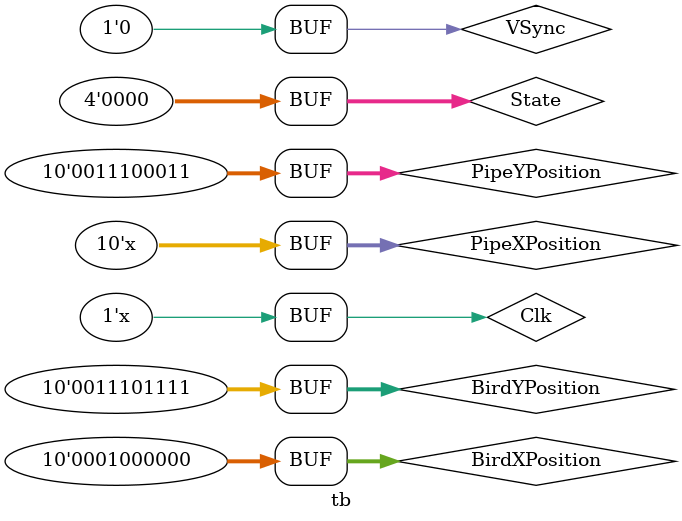
<source format=v>
`timescale 1ns / 1ps


module tb(
    
    );
    
    reg Clk;
    reg VSync;
    reg [3:0] State;
    reg [9:0] BirdXPosition;
    reg [9:0] BirdYPosition;
    reg [9:0] PipeXPosition;
    reg [9:0] PipeYPosition;
    wire Die;
    wire [7:0] Score;

    Bonus       Bonus       (Clk, VSync, State, RollingSpeed, PipeXPosition,  PipeYPosition, SpeedUpXPosition, SpeedUpYPosition, SpeedDownXPosition, SpeedDownYPosition);

    Scoring     Scoring     (Clk, VSync, State, BirdXPosition,      BirdYPosition,  
                                                PipeXPosition,      PipeYPosition[99:90], 
                                                SpeedUpXPosition,   SpeedUpYPosition,
                                                SppedDownXPosition, SpeedDownYPosition,
                                                RequestSpeedUp,     RequestSpeedDown, RequestDie, Score);

    Setting     Setting     (Clk, VSync, State, ButtonInput,   RequestSpeedUp, RequestSpeedDown, ControlSelect, RollingSpeed,  SkinSelect,    BackgroundSelect,     GameMode, CurrentItem);

    initial 
    begin
        Clk <= 0;
        State <= 0;
        VSync = 0;
        BirdXPosition <= 64;
        BirdYPosition <= 239;
        PipeXPosition <= 767;
        PipeYPosition <= 227; 
    end

    always
    begin
        #1
        PipeXPosition <= PipeXPosition - 1;
    end

    always
    begin
        #10
        Clk <= ~Clk;    
    end
    
endmodule

</source>
